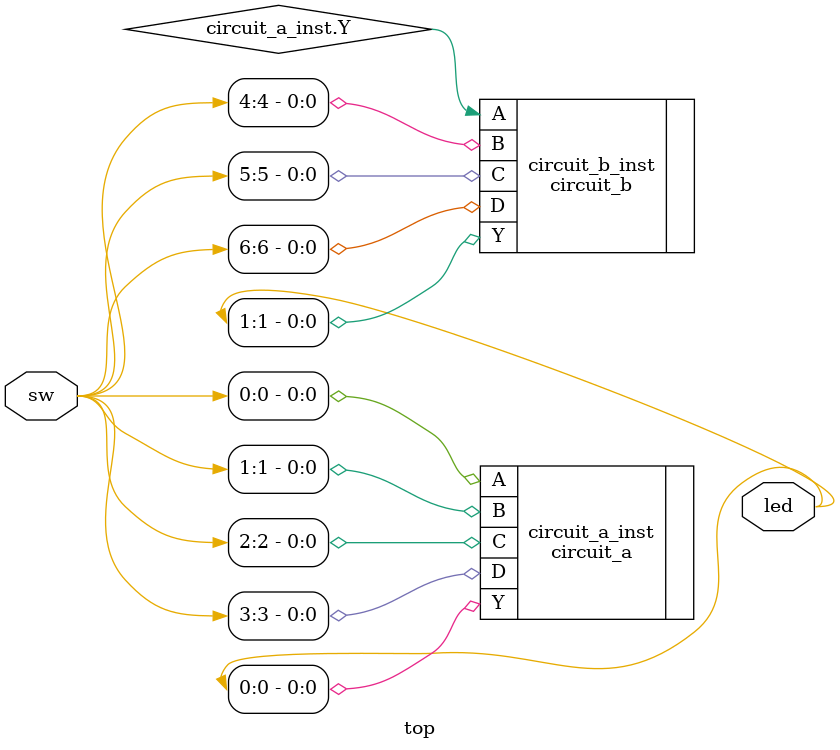
<source format=v>
    module top(
        input [6:0] sw,
        output [1:0] led
    );
    
        circuit_a circuit_a_inst(
            .A(sw[0]),
            .B(sw[1]),
            .C(sw[2]),
            .D(sw[3]),
            .Y(led[0])
        );
        
        
        circuit_b circuit_b_inst(
            .A(circuit_a_inst.Y),
            .B(sw[4]),
            .C(sw[5]),
            .D(sw[6]),
            .Y(led[1])
        );        
        
     endmodule
</source>
